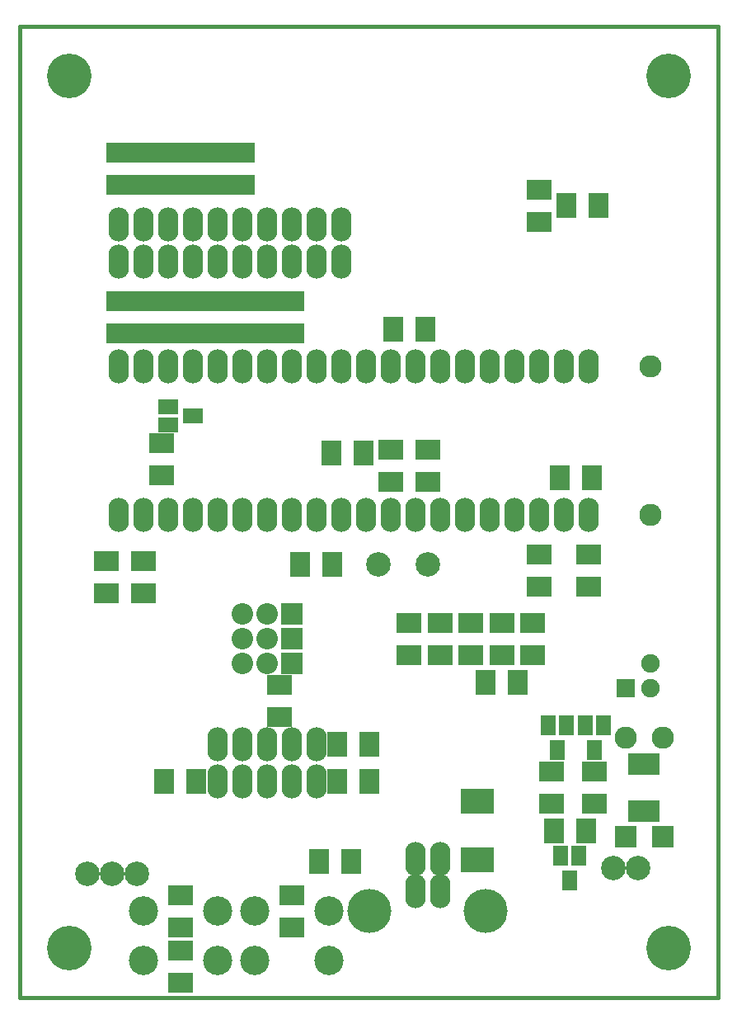
<source format=gbs>
G04 (created by PCBNEW-RS274X (2012-apr-16-27)-stable) date Ned 20 Lis 2013 22:50:24*
G01*
G70*
G90*
%MOIN*%
G04 Gerber Fmt 3.4, Leading zero omitted, Abs format*
%FSLAX34Y34*%
G04 APERTURE LIST*
%ADD10C,0.006000*%
%ADD11C,0.015000*%
%ADD12C,0.118400*%
%ADD13R,0.079100X0.059400*%
%ADD14O,0.083000X0.138100*%
%ADD15C,0.177500*%
%ADD16C,0.098700*%
%ADD17R,0.086900X0.086900*%
%ADD18C,0.086900*%
%ADD19R,0.059400X0.079100*%
%ADD20R,0.100000X0.080000*%
%ADD21R,0.080000X0.100000*%
%ADD22R,0.126300X0.090900*%
%ADD23R,0.138100X0.098700*%
%ADD24C,0.090000*%
%ADD25R,0.090000X0.090000*%
%ADD26R,0.075000X0.075000*%
%ADD27C,0.075000*%
%ADD28C,0.180000*%
G04 APERTURE END LIST*
G54D10*
G54D11*
X36000Y-55000D02*
X64250Y-55000D01*
X36000Y-15750D02*
X64250Y-15750D01*
X64250Y-55000D02*
X64250Y-15750D01*
X36000Y-55000D02*
X36000Y-15750D01*
G54D12*
X45500Y-53500D03*
X45500Y-51500D03*
X48500Y-53500D03*
X48500Y-51500D03*
X41000Y-53500D03*
X41000Y-51500D03*
X44000Y-53500D03*
X44000Y-51500D03*
G54D13*
X43000Y-31500D03*
X42000Y-31125D03*
X42000Y-31875D03*
G54D14*
X53000Y-49394D03*
X52000Y-49394D03*
X52000Y-50693D03*
X53000Y-50693D03*
G54D15*
X54862Y-51500D03*
X50138Y-51500D03*
G54D16*
X52500Y-37500D03*
X50500Y-37500D03*
G54D14*
X44000Y-46256D03*
X44000Y-44744D03*
X45000Y-46256D03*
X45000Y-44744D03*
X46000Y-46256D03*
X46000Y-44744D03*
X47000Y-46256D03*
X47000Y-44744D03*
X48000Y-46256D03*
X48000Y-44744D03*
X49000Y-23744D03*
X49000Y-25256D03*
X48000Y-23744D03*
X48000Y-25256D03*
X47000Y-23744D03*
X47000Y-25256D03*
X46000Y-23744D03*
X46000Y-25256D03*
X45000Y-23744D03*
X45000Y-25256D03*
X44000Y-23744D03*
X44000Y-25256D03*
X43000Y-23744D03*
X43000Y-25256D03*
X42000Y-23744D03*
X42000Y-25256D03*
X41000Y-23744D03*
X41000Y-25256D03*
X40000Y-23744D03*
X40000Y-25256D03*
G54D16*
X61000Y-49750D03*
X60000Y-49750D03*
X38750Y-50000D03*
X39750Y-50000D03*
X40750Y-50000D03*
G54D17*
X47000Y-40500D03*
G54D18*
X46000Y-40500D03*
X45000Y-40500D03*
G54D17*
X47000Y-41500D03*
G54D18*
X46000Y-41500D03*
X45000Y-41500D03*
G54D17*
X47000Y-39500D03*
G54D18*
X46000Y-39500D03*
X45000Y-39500D03*
G54D14*
X40000Y-35500D03*
X41000Y-35500D03*
X42000Y-35500D03*
X43000Y-35500D03*
X44000Y-35500D03*
X45000Y-35500D03*
X46000Y-35500D03*
X47000Y-35500D03*
X48000Y-35500D03*
X49000Y-35500D03*
X50000Y-35500D03*
X51000Y-35500D03*
X52000Y-35500D03*
X53000Y-35500D03*
X54000Y-35500D03*
X55000Y-35500D03*
X56000Y-35500D03*
X57000Y-35500D03*
X58000Y-35500D03*
X59000Y-35500D03*
X59000Y-29500D03*
X58000Y-29500D03*
X57000Y-29500D03*
X56000Y-29500D03*
X55000Y-29500D03*
X54000Y-29500D03*
X53000Y-29500D03*
X52000Y-29500D03*
X51000Y-29500D03*
X50000Y-29500D03*
X49000Y-29500D03*
X48000Y-29500D03*
X47000Y-29500D03*
X46000Y-29500D03*
X45000Y-29500D03*
X44000Y-29500D03*
X43000Y-29500D03*
X42000Y-29500D03*
X41000Y-29500D03*
X40000Y-29500D03*
G54D19*
X57750Y-45000D03*
X58125Y-44000D03*
X57375Y-44000D03*
X58250Y-50250D03*
X58625Y-49250D03*
X57875Y-49250D03*
X59250Y-45000D03*
X59625Y-44000D03*
X58875Y-44000D03*
G54D20*
X45000Y-28150D03*
X45000Y-26850D03*
X46000Y-28150D03*
X46000Y-26850D03*
X43000Y-28150D03*
X43000Y-26850D03*
X42000Y-28150D03*
X42000Y-26850D03*
X44000Y-28150D03*
X44000Y-26850D03*
X41000Y-28150D03*
X41000Y-26850D03*
X40000Y-28150D03*
X40000Y-26850D03*
X41000Y-22150D03*
X41000Y-20850D03*
X40000Y-22150D03*
X40000Y-20850D03*
X47000Y-28150D03*
X47000Y-26850D03*
X45000Y-22150D03*
X45000Y-20850D03*
X43000Y-22150D03*
X43000Y-20850D03*
X44000Y-22150D03*
X44000Y-20850D03*
X57000Y-22350D03*
X57000Y-23650D03*
G54D21*
X52400Y-28000D03*
X51100Y-28000D03*
G54D20*
X46500Y-43650D03*
X46500Y-42350D03*
G54D21*
X48850Y-46250D03*
X50150Y-46250D03*
X43150Y-46250D03*
X41850Y-46250D03*
G54D20*
X42000Y-22150D03*
X42000Y-20850D03*
X42500Y-53100D03*
X42500Y-54400D03*
X41750Y-32600D03*
X41750Y-33900D03*
G54D22*
X61250Y-47445D03*
X61250Y-45555D03*
G54D21*
X48600Y-33000D03*
X49900Y-33000D03*
G54D23*
X54500Y-47069D03*
X54500Y-49431D03*
G54D24*
X62000Y-44500D03*
G54D25*
X62000Y-48500D03*
G54D24*
X60500Y-44500D03*
G54D25*
X60500Y-48500D03*
G54D20*
X42500Y-50850D03*
X42500Y-52150D03*
G54D21*
X48650Y-37500D03*
X47350Y-37500D03*
G54D24*
X61500Y-29500D03*
X61500Y-35500D03*
G54D26*
X60500Y-42500D03*
G54D27*
X61500Y-42500D03*
X61500Y-41500D03*
G54D20*
X52500Y-32850D03*
X52500Y-34150D03*
G54D21*
X57850Y-34000D03*
X59150Y-34000D03*
G54D20*
X39500Y-37350D03*
X39500Y-38650D03*
X41000Y-37350D03*
X41000Y-38650D03*
X59250Y-47150D03*
X59250Y-45850D03*
X59000Y-38400D03*
X59000Y-37100D03*
G54D21*
X58100Y-23000D03*
X59400Y-23000D03*
G54D20*
X47000Y-50850D03*
X47000Y-52150D03*
G54D21*
X50150Y-44750D03*
X48850Y-44750D03*
G54D20*
X51750Y-39850D03*
X51750Y-41150D03*
X51000Y-32850D03*
X51000Y-34150D03*
X57500Y-47150D03*
X57500Y-45850D03*
X54250Y-41150D03*
X54250Y-39850D03*
X55500Y-41150D03*
X55500Y-39850D03*
G54D21*
X54850Y-42250D03*
X56150Y-42250D03*
G54D20*
X57000Y-38400D03*
X57000Y-37100D03*
G54D21*
X58900Y-48250D03*
X57600Y-48250D03*
X48100Y-49500D03*
X49400Y-49500D03*
G54D20*
X53000Y-39850D03*
X53000Y-41150D03*
X56750Y-39850D03*
X56750Y-41150D03*
G54D28*
X38000Y-53000D03*
X62250Y-53000D03*
X62250Y-17750D03*
X38000Y-17750D03*
M02*

</source>
